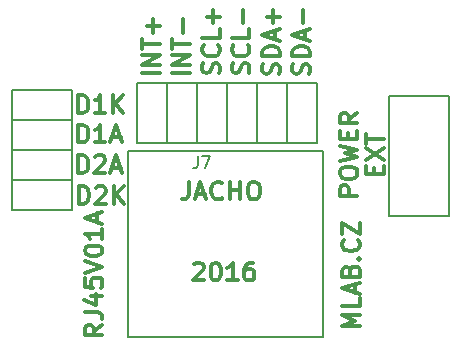
<source format=gbr>
G04 #@! TF.FileFunction,Legend,Top*
%FSLAX46Y46*%
G04 Gerber Fmt 4.6, Leading zero omitted, Abs format (unit mm)*
G04 Created by KiCad (PCBNEW 4.0.1-stable) date 18. 2. 2016 10:37:37*
%MOMM*%
G01*
G04 APERTURE LIST*
%ADD10C,0.300000*%
%ADD11C,0.150000*%
G04 APERTURE END LIST*
D10*
X8040643Y11640429D02*
X8040643Y13140429D01*
X8397786Y13140429D01*
X8612071Y13069000D01*
X8754929Y12926143D01*
X8826357Y12783286D01*
X8897786Y12497571D01*
X8897786Y12283286D01*
X8826357Y11997571D01*
X8754929Y11854714D01*
X8612071Y11711857D01*
X8397786Y11640429D01*
X8040643Y11640429D01*
X9469214Y12997571D02*
X9540643Y13069000D01*
X9683500Y13140429D01*
X10040643Y13140429D01*
X10183500Y13069000D01*
X10254929Y12997571D01*
X10326357Y12854714D01*
X10326357Y12711857D01*
X10254929Y12497571D01*
X9397786Y11640429D01*
X10326357Y11640429D01*
X10969214Y11640429D02*
X10969214Y13140429D01*
X11826357Y11640429D02*
X11183500Y12497571D01*
X11826357Y13140429D02*
X10969214Y12283286D01*
X7977143Y14243929D02*
X7977143Y15743929D01*
X8334286Y15743929D01*
X8548571Y15672500D01*
X8691429Y15529643D01*
X8762857Y15386786D01*
X8834286Y15101071D01*
X8834286Y14886786D01*
X8762857Y14601071D01*
X8691429Y14458214D01*
X8548571Y14315357D01*
X8334286Y14243929D01*
X7977143Y14243929D01*
X9405714Y15601071D02*
X9477143Y15672500D01*
X9620000Y15743929D01*
X9977143Y15743929D01*
X10120000Y15672500D01*
X10191429Y15601071D01*
X10262857Y15458214D01*
X10262857Y15315357D01*
X10191429Y15101071D01*
X9334286Y14243929D01*
X10262857Y14243929D01*
X10834285Y14672500D02*
X11548571Y14672500D01*
X10691428Y14243929D02*
X11191428Y15743929D01*
X11691428Y14243929D01*
X7977143Y16847429D02*
X7977143Y18347429D01*
X8334286Y18347429D01*
X8548571Y18276000D01*
X8691429Y18133143D01*
X8762857Y17990286D01*
X8834286Y17704571D01*
X8834286Y17490286D01*
X8762857Y17204571D01*
X8691429Y17061714D01*
X8548571Y16918857D01*
X8334286Y16847429D01*
X7977143Y16847429D01*
X10262857Y16847429D02*
X9405714Y16847429D01*
X9834286Y16847429D02*
X9834286Y18347429D01*
X9691429Y18133143D01*
X9548571Y17990286D01*
X9405714Y17918857D01*
X10834285Y17276000D02*
X11548571Y17276000D01*
X10691428Y16847429D02*
X11191428Y18347429D01*
X11691428Y16847429D01*
X19911143Y22701214D02*
X19982571Y22915500D01*
X19982571Y23272643D01*
X19911143Y23415500D01*
X19839714Y23486929D01*
X19696857Y23558357D01*
X19554000Y23558357D01*
X19411143Y23486929D01*
X19339714Y23415500D01*
X19268286Y23272643D01*
X19196857Y22986929D01*
X19125429Y22844071D01*
X19054000Y22772643D01*
X18911143Y22701214D01*
X18768286Y22701214D01*
X18625429Y22772643D01*
X18554000Y22844071D01*
X18482571Y22986929D01*
X18482571Y23344071D01*
X18554000Y23558357D01*
X19839714Y25058357D02*
X19911143Y24986928D01*
X19982571Y24772642D01*
X19982571Y24629785D01*
X19911143Y24415500D01*
X19768286Y24272642D01*
X19625429Y24201214D01*
X19339714Y24129785D01*
X19125429Y24129785D01*
X18839714Y24201214D01*
X18696857Y24272642D01*
X18554000Y24415500D01*
X18482571Y24629785D01*
X18482571Y24772642D01*
X18554000Y24986928D01*
X18625429Y25058357D01*
X19982571Y26415500D02*
X19982571Y25701214D01*
X18482571Y25701214D01*
X19411143Y26915500D02*
X19411143Y28058357D01*
X19982571Y27486928D02*
X18839714Y27486928D01*
X17442571Y22709143D02*
X15942571Y22709143D01*
X17442571Y23423429D02*
X15942571Y23423429D01*
X17442571Y24280572D01*
X15942571Y24280572D01*
X15942571Y24780572D02*
X15942571Y25637715D01*
X17442571Y25209144D02*
X15942571Y25209144D01*
X16871143Y26137715D02*
X16871143Y27280572D01*
X22387643Y22701214D02*
X22459071Y22915500D01*
X22459071Y23272643D01*
X22387643Y23415500D01*
X22316214Y23486929D01*
X22173357Y23558357D01*
X22030500Y23558357D01*
X21887643Y23486929D01*
X21816214Y23415500D01*
X21744786Y23272643D01*
X21673357Y22986929D01*
X21601929Y22844071D01*
X21530500Y22772643D01*
X21387643Y22701214D01*
X21244786Y22701214D01*
X21101929Y22772643D01*
X21030500Y22844071D01*
X20959071Y22986929D01*
X20959071Y23344071D01*
X21030500Y23558357D01*
X22316214Y25058357D02*
X22387643Y24986928D01*
X22459071Y24772642D01*
X22459071Y24629785D01*
X22387643Y24415500D01*
X22244786Y24272642D01*
X22101929Y24201214D01*
X21816214Y24129785D01*
X21601929Y24129785D01*
X21316214Y24201214D01*
X21173357Y24272642D01*
X21030500Y24415500D01*
X20959071Y24629785D01*
X20959071Y24772642D01*
X21030500Y24986928D01*
X21101929Y25058357D01*
X22459071Y26415500D02*
X22459071Y25701214D01*
X20959071Y25701214D01*
X21887643Y26915500D02*
X21887643Y28058357D01*
X33039857Y14140858D02*
X33039857Y14640858D01*
X33825571Y14855144D02*
X33825571Y14140858D01*
X32325571Y14140858D01*
X32325571Y14855144D01*
X32325571Y15355144D02*
X33825571Y16355144D01*
X32325571Y16355144D02*
X33825571Y15355144D01*
X32325571Y16712286D02*
X32325571Y17569429D01*
X33825571Y17140858D02*
X32325571Y17140858D01*
X17748572Y6520571D02*
X17820001Y6592000D01*
X17962858Y6663429D01*
X18320001Y6663429D01*
X18462858Y6592000D01*
X18534287Y6520571D01*
X18605715Y6377714D01*
X18605715Y6234857D01*
X18534287Y6020571D01*
X17677144Y5163429D01*
X18605715Y5163429D01*
X19534286Y6663429D02*
X19677143Y6663429D01*
X19820000Y6592000D01*
X19891429Y6520571D01*
X19962858Y6377714D01*
X20034286Y6092000D01*
X20034286Y5734857D01*
X19962858Y5449143D01*
X19891429Y5306286D01*
X19820000Y5234857D01*
X19677143Y5163429D01*
X19534286Y5163429D01*
X19391429Y5234857D01*
X19320000Y5306286D01*
X19248572Y5449143D01*
X19177143Y5734857D01*
X19177143Y6092000D01*
X19248572Y6377714D01*
X19320000Y6520571D01*
X19391429Y6592000D01*
X19534286Y6663429D01*
X21462857Y5163429D02*
X20605714Y5163429D01*
X21034286Y5163429D02*
X21034286Y6663429D01*
X20891429Y6449143D01*
X20748571Y6306286D01*
X20605714Y6234857D01*
X22748571Y6663429D02*
X22462857Y6663429D01*
X22320000Y6592000D01*
X22248571Y6520571D01*
X22105714Y6306286D01*
X22034285Y6020571D01*
X22034285Y5449143D01*
X22105714Y5306286D01*
X22177142Y5234857D01*
X22320000Y5163429D01*
X22605714Y5163429D01*
X22748571Y5234857D01*
X22820000Y5306286D01*
X22891428Y5449143D01*
X22891428Y5806286D01*
X22820000Y5949143D01*
X22748571Y6020571D01*
X22605714Y6092000D01*
X22320000Y6092000D01*
X22177142Y6020571D01*
X22105714Y5949143D01*
X22034285Y5806286D01*
X17316000Y13521429D02*
X17316000Y12450000D01*
X17244572Y12235714D01*
X17101715Y12092857D01*
X16887429Y12021429D01*
X16744572Y12021429D01*
X17958857Y12450000D02*
X18673143Y12450000D01*
X17816000Y12021429D02*
X18316000Y13521429D01*
X18816000Y12021429D01*
X20173143Y12164286D02*
X20101714Y12092857D01*
X19887428Y12021429D01*
X19744571Y12021429D01*
X19530286Y12092857D01*
X19387428Y12235714D01*
X19316000Y12378571D01*
X19244571Y12664286D01*
X19244571Y12878571D01*
X19316000Y13164286D01*
X19387428Y13307143D01*
X19530286Y13450000D01*
X19744571Y13521429D01*
X19887428Y13521429D01*
X20101714Y13450000D01*
X20173143Y13378571D01*
X20816000Y12021429D02*
X20816000Y13521429D01*
X20816000Y12807143D02*
X21673143Y12807143D01*
X21673143Y12021429D02*
X21673143Y13521429D01*
X22673143Y13521429D02*
X22958857Y13521429D01*
X23101715Y13450000D01*
X23244572Y13307143D01*
X23316000Y13021429D01*
X23316000Y12521429D01*
X23244572Y12235714D01*
X23101715Y12092857D01*
X22958857Y12021429D01*
X22673143Y12021429D01*
X22530286Y12092857D01*
X22387429Y12235714D01*
X22316000Y12521429D01*
X22316000Y13021429D01*
X22387429Y13307143D01*
X22530286Y13450000D01*
X22673143Y13521429D01*
X31793571Y1266572D02*
X30293571Y1266572D01*
X31365000Y1766572D01*
X30293571Y2266572D01*
X31793571Y2266572D01*
X31793571Y3695144D02*
X31793571Y2980858D01*
X30293571Y2980858D01*
X31365000Y4123715D02*
X31365000Y4838001D01*
X31793571Y3980858D02*
X30293571Y4480858D01*
X31793571Y4980858D01*
X31007857Y5980858D02*
X31079286Y6195144D01*
X31150714Y6266572D01*
X31293571Y6338001D01*
X31507857Y6338001D01*
X31650714Y6266572D01*
X31722143Y6195144D01*
X31793571Y6052286D01*
X31793571Y5480858D01*
X30293571Y5480858D01*
X30293571Y5980858D01*
X30365000Y6123715D01*
X30436429Y6195144D01*
X30579286Y6266572D01*
X30722143Y6266572D01*
X30865000Y6195144D01*
X30936429Y6123715D01*
X31007857Y5980858D01*
X31007857Y5480858D01*
X31650714Y6980858D02*
X31722143Y7052286D01*
X31793571Y6980858D01*
X31722143Y6909429D01*
X31650714Y6980858D01*
X31793571Y6980858D01*
X31650714Y8552287D02*
X31722143Y8480858D01*
X31793571Y8266572D01*
X31793571Y8123715D01*
X31722143Y7909430D01*
X31579286Y7766572D01*
X31436429Y7695144D01*
X31150714Y7623715D01*
X30936429Y7623715D01*
X30650714Y7695144D01*
X30507857Y7766572D01*
X30365000Y7909430D01*
X30293571Y8123715D01*
X30293571Y8266572D01*
X30365000Y8480858D01*
X30436429Y8552287D01*
X30293571Y9052287D02*
X30293571Y10052287D01*
X31793571Y9052287D01*
X31793571Y10052287D01*
X10013071Y1401502D02*
X9298786Y901502D01*
X10013071Y544359D02*
X8513071Y544359D01*
X8513071Y1115787D01*
X8584500Y1258645D01*
X8655929Y1330073D01*
X8798786Y1401502D01*
X9013071Y1401502D01*
X9155929Y1330073D01*
X9227357Y1258645D01*
X9298786Y1115787D01*
X9298786Y544359D01*
X8513071Y2472930D02*
X9584500Y2472930D01*
X9798786Y2401502D01*
X9941643Y2258645D01*
X10013071Y2044359D01*
X10013071Y1901502D01*
X9013071Y3830073D02*
X10013071Y3830073D01*
X8441643Y3472930D02*
X9513071Y3115787D01*
X9513071Y4044359D01*
X8513071Y5330073D02*
X8513071Y4615787D01*
X9227357Y4544358D01*
X9155929Y4615787D01*
X9084500Y4758644D01*
X9084500Y5115787D01*
X9155929Y5258644D01*
X9227357Y5330073D01*
X9370214Y5401501D01*
X9727357Y5401501D01*
X9870214Y5330073D01*
X9941643Y5258644D01*
X10013071Y5115787D01*
X10013071Y4758644D01*
X9941643Y4615787D01*
X9870214Y4544358D01*
X8513071Y5830072D02*
X10013071Y6330072D01*
X8513071Y6830072D01*
X8513071Y7615786D02*
X8513071Y7758643D01*
X8584500Y7901500D01*
X8655929Y7972929D01*
X8798786Y8044358D01*
X9084500Y8115786D01*
X9441643Y8115786D01*
X9727357Y8044358D01*
X9870214Y7972929D01*
X9941643Y7901500D01*
X10013071Y7758643D01*
X10013071Y7615786D01*
X9941643Y7472929D01*
X9870214Y7401500D01*
X9727357Y7330072D01*
X9441643Y7258643D01*
X9084500Y7258643D01*
X8798786Y7330072D01*
X8655929Y7401500D01*
X8584500Y7472929D01*
X8513071Y7615786D01*
X10013071Y9544357D02*
X10013071Y8687214D01*
X10013071Y9115786D02*
X8513071Y9115786D01*
X8727357Y8972929D01*
X8870214Y8830071D01*
X8941643Y8687214D01*
X9584500Y10115785D02*
X9584500Y10830071D01*
X10013071Y9972928D02*
X8513071Y10472928D01*
X10013071Y10972928D01*
X27531143Y22637714D02*
X27602571Y22852000D01*
X27602571Y23209143D01*
X27531143Y23352000D01*
X27459714Y23423429D01*
X27316857Y23494857D01*
X27174000Y23494857D01*
X27031143Y23423429D01*
X26959714Y23352000D01*
X26888286Y23209143D01*
X26816857Y22923429D01*
X26745429Y22780571D01*
X26674000Y22709143D01*
X26531143Y22637714D01*
X26388286Y22637714D01*
X26245429Y22709143D01*
X26174000Y22780571D01*
X26102571Y22923429D01*
X26102571Y23280571D01*
X26174000Y23494857D01*
X27602571Y24137714D02*
X26102571Y24137714D01*
X26102571Y24494857D01*
X26174000Y24709142D01*
X26316857Y24852000D01*
X26459714Y24923428D01*
X26745429Y24994857D01*
X26959714Y24994857D01*
X27245429Y24923428D01*
X27388286Y24852000D01*
X27531143Y24709142D01*
X27602571Y24494857D01*
X27602571Y24137714D01*
X27174000Y25566285D02*
X27174000Y26280571D01*
X27602571Y25423428D02*
X26102571Y25923428D01*
X27602571Y26423428D01*
X27031143Y26923428D02*
X27031143Y28066285D01*
X24991143Y22637714D02*
X25062571Y22852000D01*
X25062571Y23209143D01*
X24991143Y23352000D01*
X24919714Y23423429D01*
X24776857Y23494857D01*
X24634000Y23494857D01*
X24491143Y23423429D01*
X24419714Y23352000D01*
X24348286Y23209143D01*
X24276857Y22923429D01*
X24205429Y22780571D01*
X24134000Y22709143D01*
X23991143Y22637714D01*
X23848286Y22637714D01*
X23705429Y22709143D01*
X23634000Y22780571D01*
X23562571Y22923429D01*
X23562571Y23280571D01*
X23634000Y23494857D01*
X25062571Y24137714D02*
X23562571Y24137714D01*
X23562571Y24494857D01*
X23634000Y24709142D01*
X23776857Y24852000D01*
X23919714Y24923428D01*
X24205429Y24994857D01*
X24419714Y24994857D01*
X24705429Y24923428D01*
X24848286Y24852000D01*
X24991143Y24709142D01*
X25062571Y24494857D01*
X25062571Y24137714D01*
X24634000Y25566285D02*
X24634000Y26280571D01*
X25062571Y25423428D02*
X23562571Y25923428D01*
X25062571Y26423428D01*
X24491143Y26923428D02*
X24491143Y28066285D01*
X25062571Y27494856D02*
X23919714Y27494856D01*
X14902571Y22709143D02*
X13402571Y22709143D01*
X14902571Y23423429D02*
X13402571Y23423429D01*
X14902571Y24280572D01*
X13402571Y24280572D01*
X13402571Y24780572D02*
X13402571Y25637715D01*
X14902571Y25209144D02*
X13402571Y25209144D01*
X14331143Y26137715D02*
X14331143Y27280572D01*
X14902571Y26709143D02*
X13759714Y26709143D01*
X31603071Y12347214D02*
X30103071Y12347214D01*
X30103071Y12918642D01*
X30174500Y13061500D01*
X30245929Y13132928D01*
X30388786Y13204357D01*
X30603071Y13204357D01*
X30745929Y13132928D01*
X30817357Y13061500D01*
X30888786Y12918642D01*
X30888786Y12347214D01*
X30103071Y14132928D02*
X30103071Y14418642D01*
X30174500Y14561500D01*
X30317357Y14704357D01*
X30603071Y14775785D01*
X31103071Y14775785D01*
X31388786Y14704357D01*
X31531643Y14561500D01*
X31603071Y14418642D01*
X31603071Y14132928D01*
X31531643Y13990071D01*
X31388786Y13847214D01*
X31103071Y13775785D01*
X30603071Y13775785D01*
X30317357Y13847214D01*
X30174500Y13990071D01*
X30103071Y14132928D01*
X30103071Y15275786D02*
X31603071Y15632929D01*
X30531643Y15918643D01*
X31603071Y16204357D01*
X30103071Y16561500D01*
X30817357Y17132929D02*
X30817357Y17632929D01*
X31603071Y17847215D02*
X31603071Y17132929D01*
X30103071Y17132929D01*
X30103071Y17847215D01*
X31603071Y19347215D02*
X30888786Y18847215D01*
X31603071Y18490072D02*
X30103071Y18490072D01*
X30103071Y19061500D01*
X30174500Y19204358D01*
X30245929Y19275786D01*
X30388786Y19347215D01*
X30603071Y19347215D01*
X30745929Y19275786D01*
X30817357Y19204358D01*
X30888786Y19061500D01*
X30888786Y18490072D01*
X7977143Y19323929D02*
X7977143Y20823929D01*
X8334286Y20823929D01*
X8548571Y20752500D01*
X8691429Y20609643D01*
X8762857Y20466786D01*
X8834286Y20181071D01*
X8834286Y19966786D01*
X8762857Y19681071D01*
X8691429Y19538214D01*
X8548571Y19395357D01*
X8334286Y19323929D01*
X7977143Y19323929D01*
X10262857Y19323929D02*
X9405714Y19323929D01*
X9834286Y19323929D02*
X9834286Y20823929D01*
X9691429Y20609643D01*
X9548571Y20466786D01*
X9405714Y20395357D01*
X10905714Y19323929D02*
X10905714Y20823929D01*
X11762857Y19323929D02*
X11120000Y20181071D01*
X11762857Y20823929D02*
X10905714Y19966786D01*
D11*
X12190000Y16112000D02*
X12190000Y382000D01*
X12190000Y382000D02*
X28700000Y382000D01*
X28700000Y382000D02*
X28700000Y16132000D01*
X28700000Y16132000D02*
X12190000Y16132000D01*
X34290000Y20764500D02*
X39370000Y20764500D01*
X39370000Y20764500D02*
X39370000Y10604500D01*
X39370000Y10604500D02*
X34290000Y10604500D01*
X34290000Y10604500D02*
X34290000Y20764500D01*
X7429500Y11112500D02*
X2349500Y11112500D01*
X2349500Y11112500D02*
X2349500Y13652500D01*
X2349500Y13652500D02*
X7429500Y13652500D01*
X7429500Y13652500D02*
X7429500Y11112500D01*
X7429500Y13652500D02*
X2349500Y13652500D01*
X2349500Y13652500D02*
X2349500Y16192500D01*
X2349500Y16192500D02*
X7429500Y16192500D01*
X7429500Y16192500D02*
X7429500Y13652500D01*
X7429500Y16192500D02*
X2349500Y16192500D01*
X2349500Y16192500D02*
X2349500Y18732500D01*
X2349500Y18732500D02*
X7429500Y18732500D01*
X7429500Y18732500D02*
X7429500Y16192500D01*
X12954000Y16764000D02*
X12954000Y21844000D01*
X12954000Y21844000D02*
X15494000Y21844000D01*
X15494000Y21844000D02*
X15494000Y16764000D01*
X15494000Y16764000D02*
X12954000Y16764000D01*
X15494000Y16764000D02*
X15494000Y21844000D01*
X15494000Y21844000D02*
X18034000Y21844000D01*
X18034000Y21844000D02*
X18034000Y16764000D01*
X18034000Y16764000D02*
X15494000Y16764000D01*
X2349500Y18732500D02*
X2349500Y21272500D01*
X2349500Y21272500D02*
X7429500Y21272500D01*
X7429500Y21272500D02*
X7429500Y18732500D01*
X7429500Y18732500D02*
X2349500Y18732500D01*
X18034000Y16764000D02*
X18034000Y21844000D01*
X18034000Y21844000D02*
X20574000Y21844000D01*
X20574000Y21844000D02*
X20574000Y16764000D01*
X20574000Y16764000D02*
X18034000Y16764000D01*
X20574000Y16764000D02*
X20574000Y21844000D01*
X20574000Y21844000D02*
X23114000Y21844000D01*
X23114000Y21844000D02*
X23114000Y16764000D01*
X23114000Y16764000D02*
X20574000Y16764000D01*
X25654000Y16764000D02*
X25654000Y21844000D01*
X25654000Y21844000D02*
X28194000Y21844000D01*
X28194000Y21844000D02*
X28194000Y16764000D01*
X28194000Y16764000D02*
X25654000Y16764000D01*
X23114000Y16764000D02*
X23114000Y21844000D01*
X23114000Y21844000D02*
X25654000Y21844000D01*
X25654000Y21844000D02*
X25654000Y16764000D01*
X25654000Y16764000D02*
X23114000Y16764000D01*
X18081667Y15660619D02*
X18081667Y14946333D01*
X18034047Y14803476D01*
X17938809Y14708238D01*
X17795952Y14660619D01*
X17700714Y14660619D01*
X18462619Y15660619D02*
X19129286Y15660619D01*
X18700714Y14660619D01*
M02*

</source>
